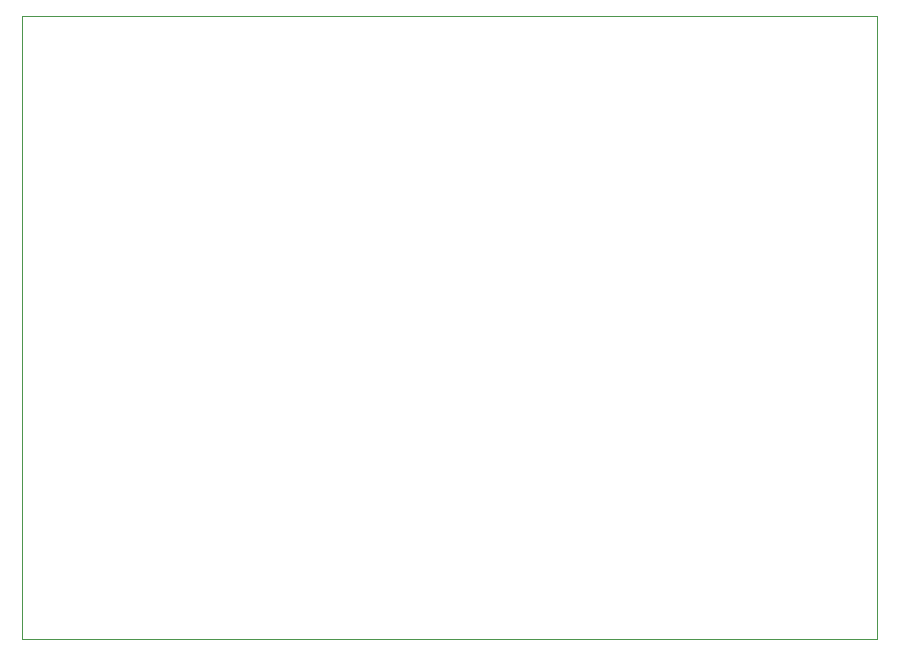
<source format=gbr>
%TF.GenerationSoftware,KiCad,Pcbnew,7.0.6-0*%
%TF.CreationDate,2024-01-17T10:18:31-05:00*%
%TF.ProjectId,channels1,6368616e-6e65-46c7-9331-2e6b69636164,rev?*%
%TF.SameCoordinates,Original*%
%TF.FileFunction,Profile,NP*%
%FSLAX46Y46*%
G04 Gerber Fmt 4.6, Leading zero omitted, Abs format (unit mm)*
G04 Created by KiCad (PCBNEW 7.0.6-0) date 2024-01-17 10:18:31*
%MOMM*%
%LPD*%
G01*
G04 APERTURE LIST*
%TA.AperFunction,Profile*%
%ADD10C,0.100000*%
%TD*%
G04 APERTURE END LIST*
D10*
X105029000Y-74803000D02*
X177419000Y-74803000D01*
X177419000Y-127508000D01*
X105029000Y-127508000D01*
X105029000Y-74803000D01*
M02*

</source>
